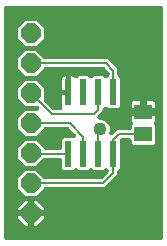
<source format=gbr>
G04 EAGLE Gerber RS-274X export*
G75*
%MOMM*%
%FSLAX34Y34*%
%LPD*%
%INTop Copper*%
%IPPOS*%
%AMOC8*
5,1,8,0,0,1.08239X$1,22.5*%
G01*
%ADD10R,0.600000X2.200000*%
%ADD11R,1.500000X1.300000*%
%ADD12P,1.759533X8X22.500000*%
%ADD13C,0.152400*%
%ADD14C,1.016000*%
%ADD15C,1.108000*%

G36*
X135146Y2543D02*
X135146Y2543D01*
X135164Y2541D01*
X135346Y2562D01*
X135529Y2581D01*
X135546Y2586D01*
X135563Y2588D01*
X135738Y2645D01*
X135914Y2699D01*
X135929Y2707D01*
X135946Y2713D01*
X136106Y2803D01*
X136268Y2891D01*
X136281Y2902D01*
X136297Y2911D01*
X136436Y3031D01*
X136577Y3148D01*
X136588Y3162D01*
X136602Y3174D01*
X136714Y3319D01*
X136829Y3462D01*
X136837Y3478D01*
X136848Y3492D01*
X136930Y3657D01*
X137015Y3819D01*
X137020Y3836D01*
X137028Y3852D01*
X137075Y4031D01*
X137126Y4206D01*
X137128Y4224D01*
X137132Y4241D01*
X137159Y4572D01*
X137159Y198628D01*
X137157Y198646D01*
X137159Y198664D01*
X137138Y198846D01*
X137119Y199029D01*
X137114Y199046D01*
X137112Y199063D01*
X137055Y199238D01*
X137001Y199414D01*
X136993Y199429D01*
X136987Y199446D01*
X136897Y199606D01*
X136809Y199768D01*
X136798Y199781D01*
X136789Y199797D01*
X136669Y199936D01*
X136552Y200077D01*
X136538Y200088D01*
X136526Y200102D01*
X136381Y200214D01*
X136238Y200329D01*
X136222Y200337D01*
X136208Y200348D01*
X136043Y200430D01*
X135881Y200515D01*
X135864Y200520D01*
X135848Y200528D01*
X135669Y200575D01*
X135494Y200626D01*
X135476Y200628D01*
X135459Y200632D01*
X135128Y200659D01*
X4572Y200659D01*
X4554Y200657D01*
X4536Y200659D01*
X4354Y200638D01*
X4171Y200619D01*
X4154Y200614D01*
X4137Y200612D01*
X3962Y200555D01*
X3786Y200501D01*
X3771Y200493D01*
X3754Y200487D01*
X3594Y200397D01*
X3432Y200309D01*
X3419Y200298D01*
X3403Y200289D01*
X3264Y200169D01*
X3123Y200052D01*
X3112Y200038D01*
X3098Y200026D01*
X2986Y199881D01*
X2871Y199738D01*
X2863Y199722D01*
X2852Y199708D01*
X2770Y199543D01*
X2685Y199381D01*
X2680Y199364D01*
X2672Y199348D01*
X2625Y199169D01*
X2574Y198994D01*
X2572Y198976D01*
X2568Y198959D01*
X2541Y198628D01*
X2541Y4572D01*
X2543Y4554D01*
X2541Y4536D01*
X2562Y4354D01*
X2581Y4171D01*
X2586Y4154D01*
X2588Y4137D01*
X2645Y3962D01*
X2699Y3786D01*
X2707Y3771D01*
X2713Y3754D01*
X2803Y3594D01*
X2891Y3432D01*
X2902Y3419D01*
X2911Y3403D01*
X3031Y3264D01*
X3148Y3123D01*
X3162Y3112D01*
X3174Y3098D01*
X3319Y2986D01*
X3462Y2871D01*
X3478Y2863D01*
X3492Y2852D01*
X3657Y2770D01*
X3819Y2685D01*
X3836Y2680D01*
X3852Y2672D01*
X4031Y2625D01*
X4206Y2574D01*
X4224Y2572D01*
X4241Y2568D01*
X4572Y2541D01*
X135128Y2541D01*
X135146Y2543D01*
G37*
%LPC*%
G36*
X20981Y40131D02*
X20981Y40131D01*
X14731Y46381D01*
X14731Y55219D01*
X20981Y61469D01*
X29819Y61469D01*
X36590Y54698D01*
X36611Y54681D01*
X36628Y54660D01*
X36766Y54553D01*
X36902Y54443D01*
X36925Y54430D01*
X36946Y54414D01*
X37103Y54336D01*
X37257Y54254D01*
X37283Y54246D01*
X37307Y54234D01*
X37476Y54189D01*
X37643Y54139D01*
X37670Y54137D01*
X37696Y54130D01*
X38026Y54103D01*
X84151Y54103D01*
X84177Y54105D01*
X84204Y54103D01*
X84378Y54125D01*
X84551Y54143D01*
X84577Y54150D01*
X84603Y54154D01*
X84769Y54209D01*
X84936Y54261D01*
X84960Y54274D01*
X84985Y54282D01*
X85137Y54369D01*
X85290Y54453D01*
X85311Y54470D01*
X85334Y54483D01*
X85587Y54698D01*
X90637Y59748D01*
X90648Y59761D01*
X90662Y59773D01*
X90776Y59917D01*
X90892Y60059D01*
X90900Y60075D01*
X90911Y60089D01*
X90995Y60253D01*
X91080Y60415D01*
X91085Y60432D01*
X91094Y60448D01*
X91143Y60625D01*
X91195Y60801D01*
X91197Y60819D01*
X91202Y60836D01*
X91215Y61018D01*
X91232Y61202D01*
X91230Y61219D01*
X91231Y61237D01*
X91208Y61419D01*
X91188Y61602D01*
X91183Y61619D01*
X91181Y61637D01*
X91122Y61810D01*
X91067Y61986D01*
X91058Y62001D01*
X91052Y62018D01*
X90960Y62178D01*
X90872Y62338D01*
X90860Y62352D01*
X90851Y62367D01*
X90637Y62620D01*
X90336Y62921D01*
X90322Y62932D01*
X90311Y62945D01*
X90167Y63060D01*
X90025Y63176D01*
X90009Y63184D01*
X89995Y63195D01*
X89831Y63278D01*
X89669Y63364D01*
X89652Y63369D01*
X89636Y63377D01*
X89460Y63427D01*
X89283Y63479D01*
X89265Y63481D01*
X89248Y63485D01*
X89064Y63499D01*
X88882Y63515D01*
X88865Y63513D01*
X88847Y63515D01*
X88663Y63492D01*
X88482Y63472D01*
X88465Y63467D01*
X88447Y63464D01*
X88273Y63406D01*
X88098Y63350D01*
X88082Y63342D01*
X88066Y63336D01*
X87907Y63245D01*
X87746Y63156D01*
X87732Y63144D01*
X87717Y63135D01*
X87464Y62921D01*
X86602Y62059D01*
X78498Y62059D01*
X77636Y62921D01*
X77623Y62932D01*
X77611Y62945D01*
X77466Y63060D01*
X77325Y63176D01*
X77309Y63184D01*
X77295Y63195D01*
X77131Y63278D01*
X76969Y63364D01*
X76952Y63369D01*
X76936Y63377D01*
X76759Y63427D01*
X76583Y63479D01*
X76565Y63481D01*
X76548Y63485D01*
X76365Y63499D01*
X76182Y63515D01*
X76164Y63513D01*
X76147Y63515D01*
X75965Y63492D01*
X75782Y63472D01*
X75765Y63467D01*
X75747Y63464D01*
X75574Y63406D01*
X75398Y63351D01*
X75382Y63342D01*
X75366Y63336D01*
X75207Y63245D01*
X75046Y63156D01*
X75032Y63144D01*
X75017Y63135D01*
X74764Y62921D01*
X73902Y62059D01*
X65798Y62059D01*
X64936Y62921D01*
X64923Y62932D01*
X64911Y62945D01*
X64766Y63060D01*
X64625Y63176D01*
X64609Y63184D01*
X64595Y63195D01*
X64431Y63278D01*
X64269Y63364D01*
X64252Y63369D01*
X64236Y63377D01*
X64059Y63427D01*
X63883Y63479D01*
X63865Y63481D01*
X63848Y63485D01*
X63665Y63499D01*
X63482Y63515D01*
X63464Y63513D01*
X63447Y63515D01*
X63265Y63492D01*
X63082Y63472D01*
X63065Y63467D01*
X63047Y63464D01*
X62874Y63406D01*
X62698Y63351D01*
X62682Y63342D01*
X62666Y63336D01*
X62507Y63245D01*
X62346Y63156D01*
X62332Y63144D01*
X62317Y63135D01*
X62064Y62921D01*
X61202Y62059D01*
X53098Y62059D01*
X51609Y63548D01*
X51609Y70266D01*
X51607Y70284D01*
X51609Y70302D01*
X51588Y70484D01*
X51569Y70667D01*
X51564Y70684D01*
X51562Y70701D01*
X51505Y70876D01*
X51451Y71052D01*
X51443Y71067D01*
X51437Y71084D01*
X51347Y71244D01*
X51259Y71406D01*
X51248Y71419D01*
X51239Y71435D01*
X51119Y71574D01*
X51002Y71715D01*
X50988Y71726D01*
X50976Y71740D01*
X50831Y71852D01*
X50688Y71967D01*
X50672Y71975D01*
X50658Y71986D01*
X50493Y72068D01*
X50331Y72153D01*
X50314Y72158D01*
X50298Y72166D01*
X50119Y72213D01*
X49944Y72264D01*
X49926Y72266D01*
X49909Y72270D01*
X49578Y72297D01*
X37426Y72297D01*
X37400Y72295D01*
X37373Y72297D01*
X37199Y72275D01*
X37026Y72257D01*
X37000Y72250D01*
X36974Y72246D01*
X36808Y72191D01*
X36641Y72139D01*
X36617Y72126D01*
X36592Y72118D01*
X36440Y72031D01*
X36287Y71947D01*
X36266Y71930D01*
X36243Y71917D01*
X35990Y71702D01*
X29819Y65531D01*
X20981Y65531D01*
X14731Y71781D01*
X14731Y80619D01*
X20981Y86869D01*
X29819Y86869D01*
X36104Y80584D01*
X36109Y80533D01*
X36114Y80516D01*
X36116Y80499D01*
X36173Y80324D01*
X36227Y80148D01*
X36235Y80133D01*
X36241Y80116D01*
X36331Y79956D01*
X36419Y79794D01*
X36430Y79781D01*
X36439Y79765D01*
X36559Y79626D01*
X36676Y79485D01*
X36690Y79474D01*
X36702Y79460D01*
X36847Y79348D01*
X36990Y79233D01*
X37006Y79225D01*
X37020Y79214D01*
X37185Y79132D01*
X37347Y79047D01*
X37364Y79042D01*
X37380Y79034D01*
X37559Y78987D01*
X37734Y78936D01*
X37752Y78934D01*
X37769Y78930D01*
X38100Y78903D01*
X49578Y78903D01*
X49596Y78905D01*
X49614Y78903D01*
X49796Y78924D01*
X49979Y78943D01*
X49996Y78948D01*
X50013Y78950D01*
X50188Y79007D01*
X50364Y79061D01*
X50379Y79069D01*
X50396Y79075D01*
X50556Y79165D01*
X50718Y79253D01*
X50731Y79264D01*
X50747Y79273D01*
X50886Y79393D01*
X51027Y79510D01*
X51038Y79524D01*
X51052Y79536D01*
X51164Y79681D01*
X51279Y79824D01*
X51287Y79840D01*
X51298Y79854D01*
X51380Y80019D01*
X51465Y80181D01*
X51470Y80198D01*
X51478Y80214D01*
X51525Y80393D01*
X51576Y80568D01*
X51578Y80586D01*
X51582Y80603D01*
X51609Y80934D01*
X51609Y87652D01*
X53098Y89141D01*
X61305Y89141D01*
X61313Y89142D01*
X61322Y89141D01*
X61514Y89162D01*
X61705Y89181D01*
X61714Y89183D01*
X61723Y89184D01*
X61905Y89242D01*
X62090Y89299D01*
X62098Y89303D01*
X62107Y89306D01*
X62275Y89399D01*
X62444Y89491D01*
X62451Y89496D01*
X62459Y89501D01*
X62606Y89625D01*
X62753Y89748D01*
X62759Y89755D01*
X62766Y89761D01*
X62885Y89912D01*
X63006Y90062D01*
X63010Y90070D01*
X63015Y90077D01*
X63103Y90250D01*
X63191Y90419D01*
X63194Y90428D01*
X63198Y90436D01*
X63249Y90620D01*
X63303Y90806D01*
X63303Y90815D01*
X63306Y90824D01*
X63320Y91017D01*
X63336Y91208D01*
X63335Y91216D01*
X63335Y91225D01*
X63311Y91418D01*
X63289Y91607D01*
X63286Y91616D01*
X63285Y91625D01*
X63223Y91808D01*
X63164Y91990D01*
X63159Y91998D01*
X63157Y92006D01*
X63060Y92173D01*
X62966Y92341D01*
X62960Y92348D01*
X62956Y92355D01*
X62741Y92608D01*
X57647Y97702D01*
X57626Y97719D01*
X57609Y97740D01*
X57471Y97846D01*
X57335Y97957D01*
X57312Y97970D01*
X57291Y97986D01*
X57134Y98064D01*
X56980Y98146D01*
X56954Y98154D01*
X56930Y98166D01*
X56761Y98211D01*
X56594Y98261D01*
X56567Y98263D01*
X56541Y98270D01*
X56211Y98297D01*
X38026Y98297D01*
X38000Y98295D01*
X37973Y98297D01*
X37799Y98275D01*
X37626Y98257D01*
X37600Y98250D01*
X37574Y98246D01*
X37408Y98191D01*
X37241Y98139D01*
X37217Y98126D01*
X37192Y98118D01*
X37040Y98031D01*
X36887Y97947D01*
X36866Y97930D01*
X36843Y97917D01*
X36590Y97702D01*
X29819Y90931D01*
X20981Y90931D01*
X14731Y97181D01*
X14731Y106019D01*
X20981Y112269D01*
X30557Y112269D01*
X30565Y112270D01*
X30574Y112269D01*
X30768Y112290D01*
X30957Y112309D01*
X30966Y112311D01*
X30975Y112312D01*
X31159Y112371D01*
X31342Y112427D01*
X31350Y112431D01*
X31359Y112434D01*
X31527Y112527D01*
X31696Y112619D01*
X31703Y112624D01*
X31711Y112629D01*
X31858Y112753D01*
X32005Y112876D01*
X32011Y112883D01*
X32018Y112889D01*
X32138Y113041D01*
X32258Y113190D01*
X32262Y113198D01*
X32267Y113205D01*
X32355Y113378D01*
X32443Y113547D01*
X32446Y113556D01*
X32450Y113564D01*
X32501Y113748D01*
X32555Y113934D01*
X32555Y113943D01*
X32558Y113952D01*
X32572Y114145D01*
X32588Y114336D01*
X32587Y114344D01*
X32587Y114353D01*
X32563Y114546D01*
X32541Y114735D01*
X32538Y114744D01*
X32537Y114753D01*
X32476Y114935D01*
X32416Y115118D01*
X32411Y115126D01*
X32409Y115134D01*
X32312Y115301D01*
X32218Y115469D01*
X32212Y115476D01*
X32208Y115483D01*
X31993Y115736D01*
X31972Y115753D01*
X31955Y115774D01*
X31817Y115881D01*
X31681Y115991D01*
X31658Y116004D01*
X31637Y116020D01*
X31480Y116098D01*
X31326Y116180D01*
X31300Y116188D01*
X31276Y116200D01*
X31107Y116245D01*
X30940Y116295D01*
X30913Y116297D01*
X30887Y116304D01*
X30557Y116331D01*
X20981Y116331D01*
X14731Y122581D01*
X14731Y131419D01*
X20981Y137669D01*
X29819Y137669D01*
X36069Y131419D01*
X36069Y121843D01*
X36071Y121817D01*
X36069Y121790D01*
X36091Y121616D01*
X36109Y121443D01*
X36116Y121417D01*
X36120Y121391D01*
X36176Y121225D01*
X36227Y121058D01*
X36240Y121034D01*
X36248Y121009D01*
X36335Y120857D01*
X36419Y120704D01*
X36436Y120683D01*
X36449Y120660D01*
X36664Y120407D01*
X43953Y113118D01*
X43974Y113101D01*
X43991Y113080D01*
X44129Y112973D01*
X44265Y112863D01*
X44288Y112850D01*
X44309Y112834D01*
X44466Y112756D01*
X44620Y112674D01*
X44646Y112666D01*
X44670Y112654D01*
X44839Y112609D01*
X45006Y112559D01*
X45033Y112557D01*
X45059Y112550D01*
X45389Y112523D01*
X50052Y112523D01*
X50198Y112537D01*
X50344Y112544D01*
X50398Y112557D01*
X50453Y112563D01*
X50593Y112606D01*
X50735Y112641D01*
X50785Y112665D01*
X50838Y112681D01*
X50966Y112750D01*
X51098Y112813D01*
X51143Y112846D01*
X51192Y112873D01*
X51304Y112966D01*
X51421Y113054D01*
X51458Y113095D01*
X51501Y113130D01*
X51593Y113244D01*
X51690Y113353D01*
X51718Y113401D01*
X51753Y113444D01*
X51821Y113574D01*
X51895Y113700D01*
X51913Y113752D01*
X51939Y113801D01*
X51979Y113942D01*
X52027Y114080D01*
X52035Y114135D01*
X52050Y114188D01*
X52062Y114334D01*
X52082Y114479D01*
X52078Y114534D01*
X52083Y114590D01*
X52066Y114735D01*
X52057Y114881D01*
X52042Y114934D01*
X52036Y114989D01*
X51991Y115129D01*
X51953Y115270D01*
X51926Y115327D01*
X51911Y115372D01*
X51870Y115445D01*
X51811Y115570D01*
X51782Y115619D01*
X51609Y116265D01*
X51609Y125569D01*
X57150Y125569D01*
X57167Y125570D01*
X57185Y125569D01*
X57368Y125590D01*
X57550Y125608D01*
X57567Y125614D01*
X57585Y125616D01*
X57760Y125673D01*
X57935Y125727D01*
X57951Y125735D01*
X57968Y125741D01*
X58128Y125831D01*
X58289Y125918D01*
X58303Y125930D01*
X58318Y125939D01*
X58458Y126059D01*
X58598Y126176D01*
X58599Y126176D01*
X58599Y126177D01*
X58610Y126190D01*
X58623Y126202D01*
X58624Y126202D01*
X58736Y126347D01*
X58851Y126490D01*
X58860Y126506D01*
X58870Y126520D01*
X58952Y126685D01*
X59037Y126848D01*
X59042Y126865D01*
X59050Y126881D01*
X59098Y127059D01*
X59148Y127235D01*
X59150Y127252D01*
X59154Y127270D01*
X59181Y127600D01*
X59181Y141141D01*
X60485Y141141D01*
X61131Y140968D01*
X61710Y140633D01*
X62064Y140279D01*
X62078Y140268D01*
X62089Y140255D01*
X62233Y140141D01*
X62375Y140024D01*
X62391Y140016D01*
X62405Y140005D01*
X62569Y139921D01*
X62731Y139836D01*
X62748Y139831D01*
X62764Y139823D01*
X62941Y139773D01*
X63117Y139721D01*
X63135Y139719D01*
X63152Y139715D01*
X63335Y139701D01*
X63518Y139685D01*
X63536Y139687D01*
X63553Y139685D01*
X63735Y139708D01*
X63918Y139728D01*
X63935Y139733D01*
X63953Y139736D01*
X64127Y139794D01*
X64302Y139849D01*
X64318Y139858D01*
X64334Y139864D01*
X64493Y139955D01*
X64654Y140044D01*
X64668Y140056D01*
X64683Y140065D01*
X64936Y140279D01*
X65798Y141141D01*
X73902Y141141D01*
X74764Y140279D01*
X74778Y140268D01*
X74789Y140255D01*
X74933Y140141D01*
X75075Y140024D01*
X75091Y140016D01*
X75105Y140005D01*
X75269Y139921D01*
X75431Y139836D01*
X75448Y139831D01*
X75464Y139823D01*
X75641Y139773D01*
X75817Y139721D01*
X75835Y139719D01*
X75852Y139715D01*
X76035Y139701D01*
X76218Y139685D01*
X76236Y139687D01*
X76253Y139685D01*
X76435Y139708D01*
X76618Y139728D01*
X76635Y139733D01*
X76653Y139736D01*
X76827Y139794D01*
X77002Y139849D01*
X77018Y139858D01*
X77034Y139864D01*
X77193Y139955D01*
X77354Y140044D01*
X77368Y140056D01*
X77383Y140065D01*
X77636Y140279D01*
X78498Y141141D01*
X86602Y141141D01*
X87464Y140279D01*
X87477Y140268D01*
X87489Y140255D01*
X87634Y140140D01*
X87775Y140024D01*
X87791Y140016D01*
X87805Y140005D01*
X87969Y139922D01*
X88131Y139836D01*
X88148Y139831D01*
X88164Y139823D01*
X88341Y139773D01*
X88517Y139721D01*
X88535Y139719D01*
X88552Y139715D01*
X88735Y139701D01*
X88918Y139685D01*
X88935Y139687D01*
X88953Y139685D01*
X89135Y139708D01*
X89318Y139728D01*
X89335Y139733D01*
X89353Y139736D01*
X89526Y139794D01*
X89702Y139849D01*
X89717Y139858D01*
X89734Y139864D01*
X89893Y139955D01*
X90054Y140044D01*
X90068Y140056D01*
X90083Y140065D01*
X90336Y140279D01*
X91352Y141295D01*
X91369Y141316D01*
X91390Y141334D01*
X91496Y141471D01*
X91607Y141607D01*
X91620Y141631D01*
X91636Y141652D01*
X91714Y141808D01*
X91796Y141963D01*
X91804Y141988D01*
X91816Y142012D01*
X91861Y142181D01*
X91911Y142349D01*
X91913Y142375D01*
X91920Y142401D01*
X91947Y142732D01*
X91947Y143841D01*
X91945Y143867D01*
X91947Y143894D01*
X91925Y144068D01*
X91907Y144241D01*
X91900Y144267D01*
X91896Y144293D01*
X91841Y144459D01*
X91789Y144626D01*
X91776Y144650D01*
X91768Y144675D01*
X91681Y144827D01*
X91597Y144980D01*
X91580Y145001D01*
X91567Y145024D01*
X91352Y145277D01*
X88127Y148502D01*
X88106Y148519D01*
X88089Y148540D01*
X87951Y148647D01*
X87815Y148757D01*
X87792Y148770D01*
X87771Y148786D01*
X87614Y148864D01*
X87460Y148946D01*
X87434Y148954D01*
X87410Y148966D01*
X87241Y149011D01*
X87074Y149061D01*
X87047Y149063D01*
X87021Y149070D01*
X86691Y149097D01*
X38026Y149097D01*
X38000Y149095D01*
X37973Y149097D01*
X37799Y149075D01*
X37626Y149057D01*
X37600Y149050D01*
X37574Y149046D01*
X37408Y148991D01*
X37241Y148939D01*
X37217Y148926D01*
X37192Y148918D01*
X37040Y148831D01*
X36887Y148747D01*
X36866Y148730D01*
X36843Y148717D01*
X36590Y148502D01*
X29819Y141731D01*
X20981Y141731D01*
X14731Y147981D01*
X14731Y156819D01*
X20981Y163069D01*
X29819Y163069D01*
X36590Y156298D01*
X36611Y156281D01*
X36628Y156260D01*
X36766Y156153D01*
X36902Y156043D01*
X36925Y156030D01*
X36946Y156014D01*
X37103Y155936D01*
X37257Y155854D01*
X37283Y155846D01*
X37307Y155834D01*
X37476Y155789D01*
X37643Y155739D01*
X37670Y155737D01*
X37696Y155730D01*
X38026Y155703D01*
X90268Y155703D01*
X98553Y147418D01*
X98553Y142732D01*
X98555Y142705D01*
X98553Y142678D01*
X98575Y142504D01*
X98593Y142331D01*
X98600Y142306D01*
X98604Y142279D01*
X98660Y142113D01*
X98711Y141946D01*
X98724Y141923D01*
X98732Y141897D01*
X98819Y141746D01*
X98903Y141592D01*
X98920Y141572D01*
X98933Y141548D01*
X99148Y141295D01*
X100791Y139652D01*
X100791Y115548D01*
X99302Y114059D01*
X91198Y114059D01*
X90336Y114921D01*
X90322Y114932D01*
X90311Y114945D01*
X90167Y115059D01*
X90025Y115176D01*
X90009Y115184D01*
X89995Y115195D01*
X89831Y115279D01*
X89669Y115364D01*
X89652Y115369D01*
X89636Y115377D01*
X89459Y115427D01*
X89283Y115479D01*
X89265Y115481D01*
X89248Y115485D01*
X89065Y115499D01*
X88882Y115515D01*
X88864Y115513D01*
X88847Y115515D01*
X88665Y115492D01*
X88482Y115472D01*
X88465Y115467D01*
X88447Y115464D01*
X88274Y115406D01*
X88098Y115351D01*
X88082Y115342D01*
X88066Y115336D01*
X87906Y115244D01*
X87746Y115156D01*
X87732Y115144D01*
X87717Y115135D01*
X87464Y114921D01*
X86448Y113905D01*
X86431Y113884D01*
X86410Y113866D01*
X86303Y113728D01*
X86193Y113593D01*
X86180Y113569D01*
X86164Y113548D01*
X86086Y113391D01*
X86004Y113237D01*
X85996Y113212D01*
X85984Y113188D01*
X85939Y113018D01*
X85889Y112851D01*
X85887Y112825D01*
X85880Y112799D01*
X85853Y112468D01*
X85853Y111662D01*
X82259Y108068D01*
X82253Y108061D01*
X82247Y108056D01*
X82126Y107906D01*
X82004Y107757D01*
X82000Y107749D01*
X81994Y107742D01*
X81906Y107572D01*
X81815Y107401D01*
X81813Y107392D01*
X81809Y107385D01*
X81756Y107200D01*
X81701Y107015D01*
X81700Y107006D01*
X81697Y106998D01*
X81682Y106806D01*
X81664Y106614D01*
X81665Y106605D01*
X81664Y106596D01*
X81687Y106407D01*
X81708Y106214D01*
X81710Y106205D01*
X81711Y106197D01*
X81771Y106015D01*
X81829Y105830D01*
X81833Y105822D01*
X81836Y105814D01*
X81931Y105645D01*
X82024Y105478D01*
X82030Y105471D01*
X82034Y105463D01*
X82161Y105316D01*
X82284Y105171D01*
X82291Y105165D01*
X82297Y105158D01*
X82449Y105041D01*
X82600Y104921D01*
X82608Y104917D01*
X82615Y104912D01*
X82787Y104826D01*
X82959Y104739D01*
X82968Y104736D01*
X82976Y104732D01*
X83162Y104682D01*
X83347Y104631D01*
X83356Y104630D01*
X83365Y104628D01*
X83695Y104601D01*
X85427Y104601D01*
X88397Y103371D01*
X90671Y101097D01*
X91901Y98127D01*
X91901Y94913D01*
X91593Y94171D01*
X91592Y94166D01*
X91590Y94163D01*
X91534Y93973D01*
X91477Y93785D01*
X91477Y93781D01*
X91475Y93777D01*
X91457Y93576D01*
X91439Y93385D01*
X91439Y93380D01*
X91439Y93376D01*
X91460Y93179D01*
X91480Y92984D01*
X91482Y92980D01*
X91482Y92975D01*
X91540Y92792D01*
X91600Y92600D01*
X91602Y92596D01*
X91604Y92592D01*
X91698Y92421D01*
X91794Y92247D01*
X91796Y92243D01*
X91799Y92239D01*
X91925Y92090D01*
X92053Y91938D01*
X92056Y91936D01*
X92059Y91932D01*
X92214Y91810D01*
X92368Y91687D01*
X92371Y91685D01*
X92375Y91683D01*
X92552Y91593D01*
X92726Y91503D01*
X92730Y91502D01*
X92734Y91500D01*
X92924Y91447D01*
X93113Y91394D01*
X93117Y91393D01*
X93122Y91392D01*
X93323Y91378D01*
X93514Y91363D01*
X93519Y91363D01*
X93523Y91363D01*
X93722Y91388D01*
X93914Y91411D01*
X93918Y91413D01*
X93923Y91413D01*
X94110Y91476D01*
X94296Y91538D01*
X94300Y91540D01*
X94304Y91541D01*
X94475Y91640D01*
X94646Y91737D01*
X94649Y91740D01*
X94653Y91742D01*
X94906Y91957D01*
X98352Y95403D01*
X108578Y95403D01*
X108596Y95405D01*
X108614Y95403D01*
X108796Y95424D01*
X108979Y95443D01*
X108996Y95448D01*
X109013Y95450D01*
X109188Y95507D01*
X109364Y95561D01*
X109379Y95569D01*
X109396Y95575D01*
X109556Y95665D01*
X109718Y95753D01*
X109731Y95764D01*
X109747Y95773D01*
X109886Y95893D01*
X110027Y96010D01*
X110038Y96024D01*
X110052Y96036D01*
X110164Y96181D01*
X110279Y96324D01*
X110287Y96340D01*
X110298Y96354D01*
X110380Y96519D01*
X110465Y96681D01*
X110470Y96698D01*
X110478Y96714D01*
X110525Y96893D01*
X110576Y97068D01*
X110578Y97086D01*
X110582Y97103D01*
X110609Y97434D01*
X110609Y99652D01*
X111121Y100164D01*
X111132Y100177D01*
X111145Y100189D01*
X111259Y100333D01*
X111376Y100475D01*
X111384Y100491D01*
X111395Y100505D01*
X111478Y100669D01*
X111564Y100831D01*
X111569Y100848D01*
X111577Y100864D01*
X111627Y101041D01*
X111679Y101217D01*
X111681Y101235D01*
X111685Y101252D01*
X111699Y101435D01*
X111715Y101618D01*
X111713Y101636D01*
X111715Y101653D01*
X111692Y101835D01*
X111672Y102018D01*
X111667Y102035D01*
X111664Y102053D01*
X111606Y102226D01*
X111551Y102402D01*
X111542Y102418D01*
X111536Y102434D01*
X111445Y102593D01*
X111356Y102754D01*
X111344Y102768D01*
X111335Y102783D01*
X111121Y103036D01*
X111117Y103040D01*
X110782Y103619D01*
X110609Y104265D01*
X110609Y107851D01*
X119432Y107851D01*
X119450Y107852D01*
X119467Y107851D01*
X119650Y107872D01*
X119832Y107891D01*
X119849Y107896D01*
X119867Y107898D01*
X120042Y107955D01*
X120217Y108009D01*
X120233Y108017D01*
X120250Y108023D01*
X120410Y108113D01*
X120571Y108200D01*
X120585Y108212D01*
X120601Y108221D01*
X120653Y108266D01*
X120758Y108181D01*
X120774Y108173D01*
X120788Y108162D01*
X120953Y108080D01*
X121116Y107995D01*
X121133Y107990D01*
X121149Y107982D01*
X121327Y107934D01*
X121502Y107884D01*
X121520Y107882D01*
X121537Y107878D01*
X121868Y107851D01*
X130691Y107851D01*
X130691Y104265D01*
X130518Y103619D01*
X130183Y103040D01*
X130179Y103036D01*
X130168Y103022D01*
X130155Y103011D01*
X130041Y102867D01*
X129924Y102725D01*
X129916Y102709D01*
X129905Y102695D01*
X129822Y102531D01*
X129736Y102369D01*
X129731Y102352D01*
X129723Y102336D01*
X129673Y102159D01*
X129621Y101983D01*
X129619Y101965D01*
X129615Y101948D01*
X129601Y101765D01*
X129585Y101582D01*
X129587Y101564D01*
X129585Y101547D01*
X129608Y101365D01*
X129628Y101182D01*
X129633Y101165D01*
X129636Y101147D01*
X129694Y100974D01*
X129749Y100798D01*
X129758Y100782D01*
X129764Y100766D01*
X129855Y100607D01*
X129944Y100446D01*
X129956Y100432D01*
X129965Y100417D01*
X130179Y100164D01*
X130691Y99652D01*
X130691Y84548D01*
X129202Y83059D01*
X112098Y83059D01*
X110609Y84548D01*
X110609Y86766D01*
X110607Y86784D01*
X110609Y86802D01*
X110588Y86984D01*
X110569Y87167D01*
X110564Y87184D01*
X110562Y87201D01*
X110505Y87376D01*
X110451Y87552D01*
X110443Y87567D01*
X110437Y87584D01*
X110347Y87744D01*
X110259Y87906D01*
X110248Y87919D01*
X110239Y87935D01*
X110119Y88074D01*
X110002Y88215D01*
X109988Y88226D01*
X109976Y88240D01*
X109831Y88352D01*
X109688Y88467D01*
X109672Y88475D01*
X109658Y88486D01*
X109493Y88568D01*
X109331Y88653D01*
X109314Y88658D01*
X109298Y88666D01*
X109119Y88713D01*
X108944Y88764D01*
X108926Y88766D01*
X108909Y88770D01*
X108578Y88797D01*
X102822Y88797D01*
X102804Y88795D01*
X102786Y88797D01*
X102604Y88776D01*
X102421Y88757D01*
X102404Y88752D01*
X102387Y88750D01*
X102212Y88693D01*
X102036Y88639D01*
X102021Y88631D01*
X102004Y88625D01*
X101844Y88535D01*
X101682Y88447D01*
X101669Y88436D01*
X101653Y88427D01*
X101514Y88307D01*
X101373Y88190D01*
X101362Y88176D01*
X101348Y88164D01*
X101236Y88019D01*
X101121Y87876D01*
X101113Y87860D01*
X101102Y87846D01*
X101020Y87681D01*
X100935Y87519D01*
X100930Y87502D01*
X100922Y87486D01*
X100875Y87307D01*
X100824Y87132D01*
X100822Y87114D01*
X100818Y87097D01*
X100791Y86766D01*
X100791Y63548D01*
X99148Y61905D01*
X99131Y61884D01*
X99110Y61866D01*
X99003Y61728D01*
X98893Y61593D01*
X98880Y61569D01*
X98864Y61548D01*
X98786Y61392D01*
X98704Y61237D01*
X98696Y61212D01*
X98684Y61188D01*
X98639Y61019D01*
X98589Y60851D01*
X98587Y60825D01*
X98580Y60799D01*
X98553Y60468D01*
X98553Y58322D01*
X87728Y47497D01*
X38026Y47497D01*
X38000Y47495D01*
X37973Y47497D01*
X37799Y47475D01*
X37626Y47457D01*
X37600Y47450D01*
X37574Y47446D01*
X37408Y47391D01*
X37241Y47339D01*
X37217Y47326D01*
X37192Y47318D01*
X37040Y47231D01*
X36887Y47147D01*
X36866Y47130D01*
X36843Y47117D01*
X36590Y46902D01*
X29819Y40131D01*
X20981Y40131D01*
G37*
%LPD*%
%LPC*%
G36*
X20981Y167131D02*
X20981Y167131D01*
X14731Y173381D01*
X14731Y182219D01*
X20981Y188469D01*
X29819Y188469D01*
X36069Y182219D01*
X36069Y173381D01*
X29819Y167131D01*
X20981Y167131D01*
G37*
%LPD*%
%LPC*%
G36*
X27939Y27939D02*
X27939Y27939D01*
X27939Y36069D01*
X29819Y36069D01*
X36069Y29819D01*
X36069Y27939D01*
X27939Y27939D01*
G37*
%LPD*%
%LPC*%
G36*
X14731Y27939D02*
X14731Y27939D01*
X14731Y29819D01*
X20981Y36069D01*
X22861Y36069D01*
X22861Y27939D01*
X14731Y27939D01*
G37*
%LPD*%
%LPC*%
G36*
X27939Y14731D02*
X27939Y14731D01*
X27939Y22861D01*
X36069Y22861D01*
X36069Y20981D01*
X29819Y14731D01*
X27939Y14731D01*
G37*
%LPD*%
%LPC*%
G36*
X20981Y14731D02*
X20981Y14731D01*
X14731Y20981D01*
X14731Y22861D01*
X22861Y22861D01*
X22861Y14731D01*
X20981Y14731D01*
G37*
%LPD*%
%LPC*%
G36*
X51609Y129631D02*
X51609Y129631D01*
X51609Y138935D01*
X51782Y139581D01*
X52117Y140160D01*
X52590Y140633D01*
X53169Y140968D01*
X53815Y141141D01*
X55119Y141141D01*
X55119Y129631D01*
X51609Y129631D01*
G37*
%LPD*%
%LPC*%
G36*
X123899Y114349D02*
X123899Y114349D01*
X123899Y120141D01*
X128485Y120141D01*
X129131Y119968D01*
X129710Y119633D01*
X130183Y119160D01*
X130518Y118581D01*
X130691Y117935D01*
X130691Y114349D01*
X123899Y114349D01*
G37*
%LPD*%
%LPC*%
G36*
X110609Y114349D02*
X110609Y114349D01*
X110609Y117935D01*
X110782Y118581D01*
X111117Y119160D01*
X111590Y119633D01*
X112169Y119968D01*
X112815Y120141D01*
X117401Y120141D01*
X117401Y114349D01*
X110609Y114349D01*
G37*
%LPD*%
D10*
X82550Y127600D03*
X82550Y75600D03*
X95250Y127600D03*
X69850Y127600D03*
X57150Y127600D03*
X95250Y75600D03*
X69850Y75600D03*
X57150Y75600D03*
D11*
X120650Y92100D03*
X120650Y111100D03*
D12*
X25400Y177800D03*
X25400Y152400D03*
X25400Y127000D03*
X25400Y101600D03*
X25400Y76200D03*
X25400Y50800D03*
X25400Y25400D03*
D13*
X95250Y59690D02*
X95250Y75600D01*
X95250Y59690D02*
X86360Y50800D01*
X25400Y50800D01*
X95250Y75600D02*
X95250Y87630D01*
X99720Y92100D02*
X120650Y92100D01*
X99720Y92100D02*
X95250Y87630D01*
D14*
X43180Y139700D03*
D13*
X57150Y75600D02*
X25400Y75600D01*
X25400Y76200D01*
X43180Y109220D02*
X25400Y127000D01*
X43180Y109220D02*
X78740Y109220D01*
X82550Y113030D02*
X82550Y127600D01*
X82550Y113030D02*
X78740Y109220D01*
X58420Y101600D02*
X25400Y101600D01*
X69850Y90170D02*
X69850Y75600D01*
X69850Y90170D02*
X58420Y101600D01*
X88900Y152400D02*
X25400Y152400D01*
X95250Y146050D02*
X95250Y127600D01*
X95250Y146050D02*
X88900Y152400D01*
X82550Y95250D02*
X82550Y75600D01*
X82550Y95250D02*
X83820Y96520D01*
D15*
X83820Y96520D03*
M02*

</source>
